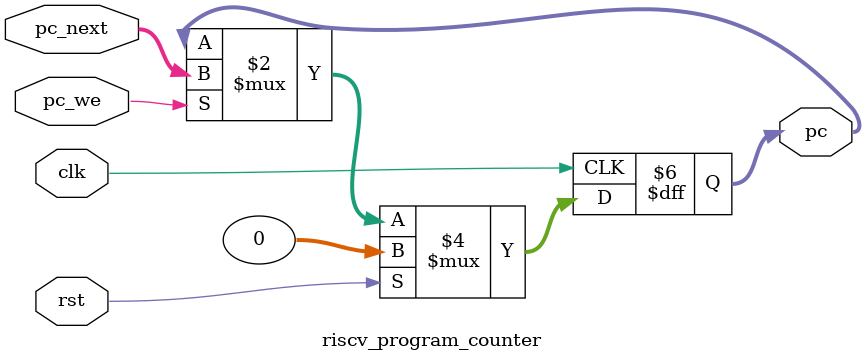
<source format=v>
module riscv_program_counter(
  input clk,
  input rst,
  input [31:0] pc_next,
  input pc_we,
  output reg [31:0] pc
);

  always @(posedge clk) begin
  if (rst) begin
    pc <= 32'd0;
  end
  else begin
    pc <= (pc_we ? pc_next : pc);
  end
  end

endmodule
</source>
